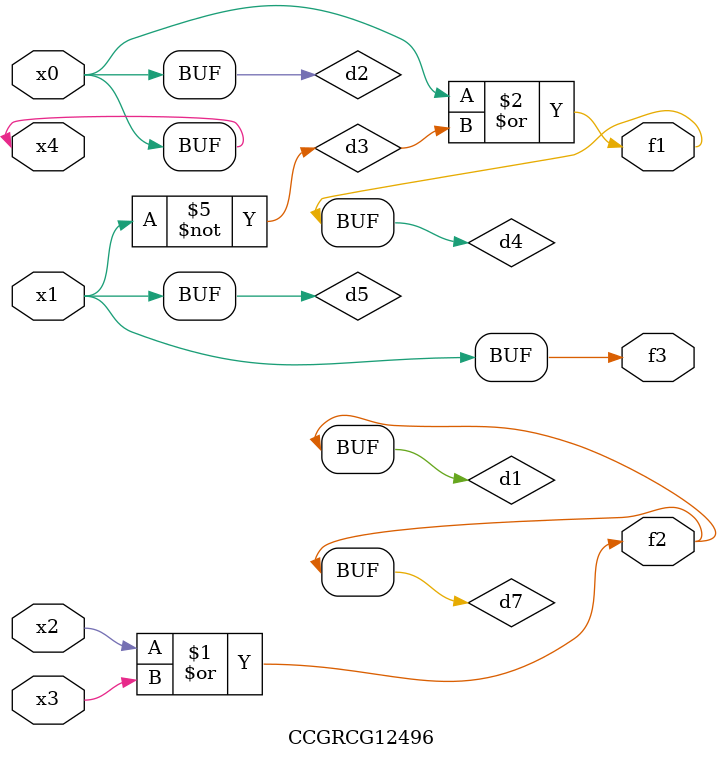
<source format=v>
module CCGRCG12496(
	input x0, x1, x2, x3, x4,
	output f1, f2, f3
);

	wire d1, d2, d3, d4, d5, d6, d7;

	or (d1, x2, x3);
	buf (d2, x0, x4);
	not (d3, x1);
	or (d4, d2, d3);
	not (d5, d3);
	nand (d6, d1, d3);
	or (d7, d1);
	assign f1 = d4;
	assign f2 = d7;
	assign f3 = d5;
endmodule

</source>
